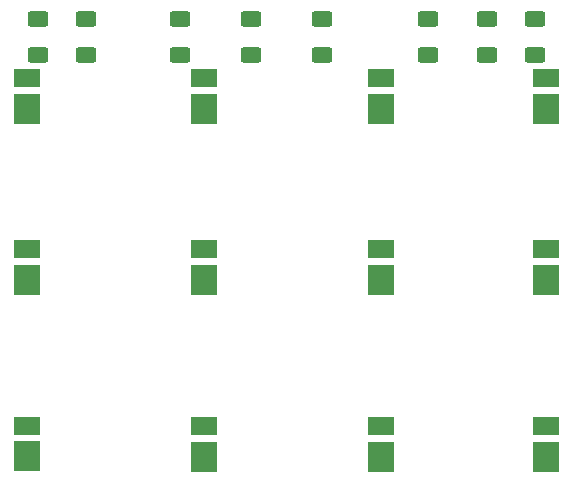
<source format=gtp>
%TF.GenerationSoftware,KiCad,Pcbnew,6.0.2+dfsg-1*%
%TF.CreationDate,2023-09-24T18:39:49+02:00*%
%TF.ProjectId,lampetit-battery,6c616d70-6574-4697-942d-626174746572,rev?*%
%TF.SameCoordinates,Original*%
%TF.FileFunction,Paste,Top*%
%TF.FilePolarity,Positive*%
%FSLAX46Y46*%
G04 Gerber Fmt 4.6, Leading zero omitted, Abs format (unit mm)*
G04 Created by KiCad (PCBNEW 6.0.2+dfsg-1) date 2023-09-24 18:39:49*
%MOMM*%
%LPD*%
G01*
G04 APERTURE LIST*
G04 Aperture macros list*
%AMRoundRect*
0 Rectangle with rounded corners*
0 $1 Rounding radius*
0 $2 $3 $4 $5 $6 $7 $8 $9 X,Y pos of 4 corners*
0 Add a 4 corners polygon primitive as box body*
4,1,4,$2,$3,$4,$5,$6,$7,$8,$9,$2,$3,0*
0 Add four circle primitives for the rounded corners*
1,1,$1+$1,$2,$3*
1,1,$1+$1,$4,$5*
1,1,$1+$1,$6,$7*
1,1,$1+$1,$8,$9*
0 Add four rect primitives between the rounded corners*
20,1,$1+$1,$2,$3,$4,$5,0*
20,1,$1+$1,$4,$5,$6,$7,0*
20,1,$1+$1,$6,$7,$8,$9,0*
20,1,$1+$1,$8,$9,$2,$3,0*%
G04 Aperture macros list end*
%ADD10RoundRect,0.250000X-0.625000X0.400000X-0.625000X-0.400000X0.625000X-0.400000X0.625000X0.400000X0*%
%ADD11R,2.200000X2.500000*%
%ADD12R,2.200000X1.550000*%
G04 APERTURE END LIST*
D10*
%TO.C,R5*%
X131600000Y-52750000D03*
X131600000Y-55850000D03*
%TD*%
D11*
%TO.C,D6*%
X121600000Y-89850000D03*
D12*
X121600000Y-87275000D03*
%TD*%
D10*
%TO.C,R7*%
X145600000Y-52750000D03*
X145600000Y-55850000D03*
%TD*%
D11*
%TO.C,D11*%
X150600000Y-74850000D03*
D12*
X150600000Y-72275000D03*
%TD*%
D10*
%TO.C,R8*%
X149600000Y-52750000D03*
X149600000Y-55850000D03*
%TD*%
%TO.C,R3*%
X119600000Y-52750000D03*
X119600000Y-55850000D03*
%TD*%
D11*
%TO.C,D4*%
X121600000Y-60375000D03*
D12*
X121600000Y-57800000D03*
%TD*%
D11*
%TO.C,D2*%
X106600000Y-74850000D03*
D12*
X106600000Y-72275000D03*
%TD*%
D11*
%TO.C,D5*%
X121600000Y-74850000D03*
D12*
X121600000Y-72275000D03*
%TD*%
D11*
%TO.C,D9*%
X136600000Y-89850000D03*
D12*
X136600000Y-87275000D03*
%TD*%
D10*
%TO.C,R1*%
X107600000Y-52750000D03*
X107600000Y-55850000D03*
%TD*%
D11*
%TO.C,D3*%
X106600000Y-89800000D03*
D12*
X106600000Y-87225000D03*
%TD*%
D10*
%TO.C,R2*%
X111600000Y-52750000D03*
X111600000Y-55850000D03*
%TD*%
D11*
%TO.C,D10*%
X150600000Y-60375000D03*
D12*
X150600000Y-57800000D03*
%TD*%
D11*
%TO.C,D8*%
X136600000Y-74850000D03*
D12*
X136600000Y-72275000D03*
%TD*%
D11*
%TO.C,D12*%
X150600000Y-89850000D03*
D12*
X150600000Y-87275000D03*
%TD*%
D10*
%TO.C,R4*%
X125600000Y-52750000D03*
X125600000Y-55850000D03*
%TD*%
D11*
%TO.C,D7*%
X136600000Y-60375000D03*
D12*
X136600000Y-57800000D03*
%TD*%
D11*
%TO.C,D1*%
X106600000Y-60375000D03*
D12*
X106600000Y-57800000D03*
%TD*%
D10*
%TO.C,R6*%
X140600000Y-52750000D03*
X140600000Y-55850000D03*
%TD*%
M02*

</source>
